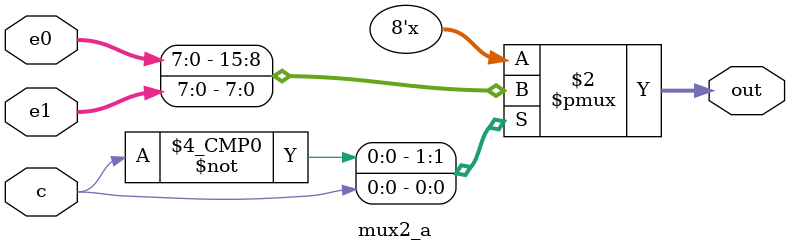
<source format=v>
module mux2_a(e0, e1, c, out);
  input  [7:0] e0, e1;
  input        c;
  output [7:0] out;

  reg   [7:0]  out;

  always @* begin
    case (c)
      1'b0: out = e0; // camino 0
      1'b1: out = e1; // camino 1
    endcase
  end
endmodule

</source>
